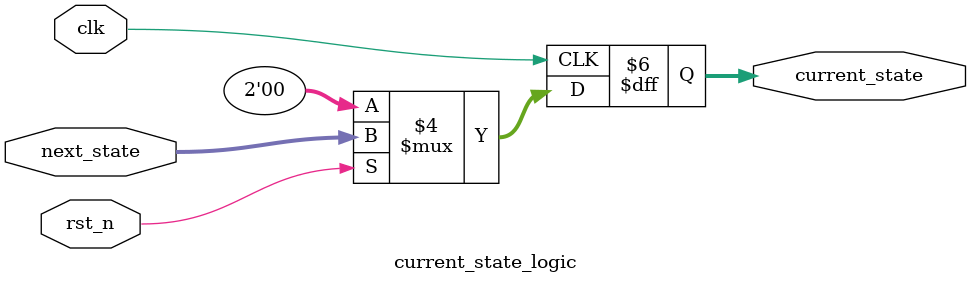
<source format=v>
module current_state_logic(input clk,
                           input rst_n,
						   input [1:0] next_state,
						   output reg [1:0] current_state);

always @(posedge(clk))
begin
	if(rst_n == 1'b0)
		current_state<=2'b00;
	else
		current_state<=next_state;
end

endmodule
</source>
